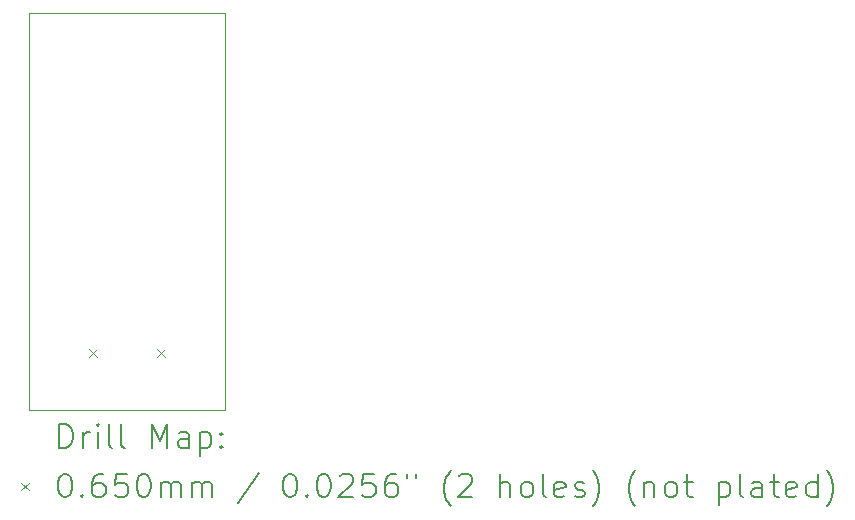
<source format=gbr>
%TF.GenerationSoftware,KiCad,Pcbnew,8.0.1*%
%TF.CreationDate,2024-04-30T14:24:13+02:00*%
%TF.ProjectId,AVRinator,41565269-6e61-4746-9f72-2e6b69636164,1.0*%
%TF.SameCoordinates,Original*%
%TF.FileFunction,Drillmap*%
%TF.FilePolarity,Positive*%
%FSLAX45Y45*%
G04 Gerber Fmt 4.5, Leading zero omitted, Abs format (unit mm)*
G04 Created by KiCad (PCBNEW 8.0.1) date 2024-04-30 14:24:13*
%MOMM*%
%LPD*%
G01*
G04 APERTURE LIST*
%ADD10C,0.100000*%
%ADD11C,0.200000*%
G04 APERTURE END LIST*
D10*
X5394960Y-4892040D02*
X7048500Y-4892040D01*
X7048500Y-8255000D01*
X5394960Y-8255000D01*
X5394960Y-4892040D01*
D11*
D10*
X5901500Y-7733600D02*
X5966500Y-7798600D01*
X5966500Y-7733600D02*
X5901500Y-7798600D01*
X6479500Y-7733600D02*
X6544500Y-7798600D01*
X6544500Y-7733600D02*
X6479500Y-7798600D01*
D11*
X5650737Y-8571484D02*
X5650737Y-8371484D01*
X5650737Y-8371484D02*
X5698356Y-8371484D01*
X5698356Y-8371484D02*
X5726927Y-8381008D01*
X5726927Y-8381008D02*
X5745975Y-8400055D01*
X5745975Y-8400055D02*
X5755499Y-8419103D01*
X5755499Y-8419103D02*
X5765022Y-8457198D01*
X5765022Y-8457198D02*
X5765022Y-8485770D01*
X5765022Y-8485770D02*
X5755499Y-8523865D01*
X5755499Y-8523865D02*
X5745975Y-8542912D01*
X5745975Y-8542912D02*
X5726927Y-8561960D01*
X5726927Y-8561960D02*
X5698356Y-8571484D01*
X5698356Y-8571484D02*
X5650737Y-8571484D01*
X5850737Y-8571484D02*
X5850737Y-8438150D01*
X5850737Y-8476246D02*
X5860261Y-8457198D01*
X5860261Y-8457198D02*
X5869784Y-8447674D01*
X5869784Y-8447674D02*
X5888832Y-8438150D01*
X5888832Y-8438150D02*
X5907880Y-8438150D01*
X5974546Y-8571484D02*
X5974546Y-8438150D01*
X5974546Y-8371484D02*
X5965022Y-8381008D01*
X5965022Y-8381008D02*
X5974546Y-8390531D01*
X5974546Y-8390531D02*
X5984070Y-8381008D01*
X5984070Y-8381008D02*
X5974546Y-8371484D01*
X5974546Y-8371484D02*
X5974546Y-8390531D01*
X6098356Y-8571484D02*
X6079308Y-8561960D01*
X6079308Y-8561960D02*
X6069784Y-8542912D01*
X6069784Y-8542912D02*
X6069784Y-8371484D01*
X6203118Y-8571484D02*
X6184070Y-8561960D01*
X6184070Y-8561960D02*
X6174546Y-8542912D01*
X6174546Y-8542912D02*
X6174546Y-8371484D01*
X6431689Y-8571484D02*
X6431689Y-8371484D01*
X6431689Y-8371484D02*
X6498356Y-8514341D01*
X6498356Y-8514341D02*
X6565022Y-8371484D01*
X6565022Y-8371484D02*
X6565022Y-8571484D01*
X6745975Y-8571484D02*
X6745975Y-8466722D01*
X6745975Y-8466722D02*
X6736451Y-8447674D01*
X6736451Y-8447674D02*
X6717403Y-8438150D01*
X6717403Y-8438150D02*
X6679308Y-8438150D01*
X6679308Y-8438150D02*
X6660261Y-8447674D01*
X6745975Y-8561960D02*
X6726927Y-8571484D01*
X6726927Y-8571484D02*
X6679308Y-8571484D01*
X6679308Y-8571484D02*
X6660261Y-8561960D01*
X6660261Y-8561960D02*
X6650737Y-8542912D01*
X6650737Y-8542912D02*
X6650737Y-8523865D01*
X6650737Y-8523865D02*
X6660261Y-8504817D01*
X6660261Y-8504817D02*
X6679308Y-8495293D01*
X6679308Y-8495293D02*
X6726927Y-8495293D01*
X6726927Y-8495293D02*
X6745975Y-8485770D01*
X6841213Y-8438150D02*
X6841213Y-8638150D01*
X6841213Y-8447674D02*
X6860261Y-8438150D01*
X6860261Y-8438150D02*
X6898356Y-8438150D01*
X6898356Y-8438150D02*
X6917403Y-8447674D01*
X6917403Y-8447674D02*
X6926927Y-8457198D01*
X6926927Y-8457198D02*
X6936451Y-8476246D01*
X6936451Y-8476246D02*
X6936451Y-8533389D01*
X6936451Y-8533389D02*
X6926927Y-8552436D01*
X6926927Y-8552436D02*
X6917403Y-8561960D01*
X6917403Y-8561960D02*
X6898356Y-8571484D01*
X6898356Y-8571484D02*
X6860261Y-8571484D01*
X6860261Y-8571484D02*
X6841213Y-8561960D01*
X7022165Y-8552436D02*
X7031689Y-8561960D01*
X7031689Y-8561960D02*
X7022165Y-8571484D01*
X7022165Y-8571484D02*
X7012642Y-8561960D01*
X7012642Y-8561960D02*
X7022165Y-8552436D01*
X7022165Y-8552436D02*
X7022165Y-8571484D01*
X7022165Y-8447674D02*
X7031689Y-8457198D01*
X7031689Y-8457198D02*
X7022165Y-8466722D01*
X7022165Y-8466722D02*
X7012642Y-8457198D01*
X7012642Y-8457198D02*
X7022165Y-8447674D01*
X7022165Y-8447674D02*
X7022165Y-8466722D01*
D10*
X5324960Y-8867500D02*
X5389960Y-8932500D01*
X5389960Y-8867500D02*
X5324960Y-8932500D01*
D11*
X5688832Y-8791484D02*
X5707880Y-8791484D01*
X5707880Y-8791484D02*
X5726927Y-8801008D01*
X5726927Y-8801008D02*
X5736451Y-8810531D01*
X5736451Y-8810531D02*
X5745975Y-8829579D01*
X5745975Y-8829579D02*
X5755499Y-8867674D01*
X5755499Y-8867674D02*
X5755499Y-8915293D01*
X5755499Y-8915293D02*
X5745975Y-8953389D01*
X5745975Y-8953389D02*
X5736451Y-8972436D01*
X5736451Y-8972436D02*
X5726927Y-8981960D01*
X5726927Y-8981960D02*
X5707880Y-8991484D01*
X5707880Y-8991484D02*
X5688832Y-8991484D01*
X5688832Y-8991484D02*
X5669784Y-8981960D01*
X5669784Y-8981960D02*
X5660261Y-8972436D01*
X5660261Y-8972436D02*
X5650737Y-8953389D01*
X5650737Y-8953389D02*
X5641213Y-8915293D01*
X5641213Y-8915293D02*
X5641213Y-8867674D01*
X5641213Y-8867674D02*
X5650737Y-8829579D01*
X5650737Y-8829579D02*
X5660261Y-8810531D01*
X5660261Y-8810531D02*
X5669784Y-8801008D01*
X5669784Y-8801008D02*
X5688832Y-8791484D01*
X5841213Y-8972436D02*
X5850737Y-8981960D01*
X5850737Y-8981960D02*
X5841213Y-8991484D01*
X5841213Y-8991484D02*
X5831689Y-8981960D01*
X5831689Y-8981960D02*
X5841213Y-8972436D01*
X5841213Y-8972436D02*
X5841213Y-8991484D01*
X6022165Y-8791484D02*
X5984070Y-8791484D01*
X5984070Y-8791484D02*
X5965022Y-8801008D01*
X5965022Y-8801008D02*
X5955499Y-8810531D01*
X5955499Y-8810531D02*
X5936451Y-8839103D01*
X5936451Y-8839103D02*
X5926927Y-8877198D01*
X5926927Y-8877198D02*
X5926927Y-8953389D01*
X5926927Y-8953389D02*
X5936451Y-8972436D01*
X5936451Y-8972436D02*
X5945975Y-8981960D01*
X5945975Y-8981960D02*
X5965022Y-8991484D01*
X5965022Y-8991484D02*
X6003118Y-8991484D01*
X6003118Y-8991484D02*
X6022165Y-8981960D01*
X6022165Y-8981960D02*
X6031689Y-8972436D01*
X6031689Y-8972436D02*
X6041213Y-8953389D01*
X6041213Y-8953389D02*
X6041213Y-8905770D01*
X6041213Y-8905770D02*
X6031689Y-8886722D01*
X6031689Y-8886722D02*
X6022165Y-8877198D01*
X6022165Y-8877198D02*
X6003118Y-8867674D01*
X6003118Y-8867674D02*
X5965022Y-8867674D01*
X5965022Y-8867674D02*
X5945975Y-8877198D01*
X5945975Y-8877198D02*
X5936451Y-8886722D01*
X5936451Y-8886722D02*
X5926927Y-8905770D01*
X6222165Y-8791484D02*
X6126927Y-8791484D01*
X6126927Y-8791484D02*
X6117403Y-8886722D01*
X6117403Y-8886722D02*
X6126927Y-8877198D01*
X6126927Y-8877198D02*
X6145975Y-8867674D01*
X6145975Y-8867674D02*
X6193594Y-8867674D01*
X6193594Y-8867674D02*
X6212642Y-8877198D01*
X6212642Y-8877198D02*
X6222165Y-8886722D01*
X6222165Y-8886722D02*
X6231689Y-8905770D01*
X6231689Y-8905770D02*
X6231689Y-8953389D01*
X6231689Y-8953389D02*
X6222165Y-8972436D01*
X6222165Y-8972436D02*
X6212642Y-8981960D01*
X6212642Y-8981960D02*
X6193594Y-8991484D01*
X6193594Y-8991484D02*
X6145975Y-8991484D01*
X6145975Y-8991484D02*
X6126927Y-8981960D01*
X6126927Y-8981960D02*
X6117403Y-8972436D01*
X6355499Y-8791484D02*
X6374546Y-8791484D01*
X6374546Y-8791484D02*
X6393594Y-8801008D01*
X6393594Y-8801008D02*
X6403118Y-8810531D01*
X6403118Y-8810531D02*
X6412642Y-8829579D01*
X6412642Y-8829579D02*
X6422165Y-8867674D01*
X6422165Y-8867674D02*
X6422165Y-8915293D01*
X6422165Y-8915293D02*
X6412642Y-8953389D01*
X6412642Y-8953389D02*
X6403118Y-8972436D01*
X6403118Y-8972436D02*
X6393594Y-8981960D01*
X6393594Y-8981960D02*
X6374546Y-8991484D01*
X6374546Y-8991484D02*
X6355499Y-8991484D01*
X6355499Y-8991484D02*
X6336451Y-8981960D01*
X6336451Y-8981960D02*
X6326927Y-8972436D01*
X6326927Y-8972436D02*
X6317403Y-8953389D01*
X6317403Y-8953389D02*
X6307880Y-8915293D01*
X6307880Y-8915293D02*
X6307880Y-8867674D01*
X6307880Y-8867674D02*
X6317403Y-8829579D01*
X6317403Y-8829579D02*
X6326927Y-8810531D01*
X6326927Y-8810531D02*
X6336451Y-8801008D01*
X6336451Y-8801008D02*
X6355499Y-8791484D01*
X6507880Y-8991484D02*
X6507880Y-8858150D01*
X6507880Y-8877198D02*
X6517403Y-8867674D01*
X6517403Y-8867674D02*
X6536451Y-8858150D01*
X6536451Y-8858150D02*
X6565023Y-8858150D01*
X6565023Y-8858150D02*
X6584070Y-8867674D01*
X6584070Y-8867674D02*
X6593594Y-8886722D01*
X6593594Y-8886722D02*
X6593594Y-8991484D01*
X6593594Y-8886722D02*
X6603118Y-8867674D01*
X6603118Y-8867674D02*
X6622165Y-8858150D01*
X6622165Y-8858150D02*
X6650737Y-8858150D01*
X6650737Y-8858150D02*
X6669784Y-8867674D01*
X6669784Y-8867674D02*
X6679308Y-8886722D01*
X6679308Y-8886722D02*
X6679308Y-8991484D01*
X6774546Y-8991484D02*
X6774546Y-8858150D01*
X6774546Y-8877198D02*
X6784070Y-8867674D01*
X6784070Y-8867674D02*
X6803118Y-8858150D01*
X6803118Y-8858150D02*
X6831689Y-8858150D01*
X6831689Y-8858150D02*
X6850737Y-8867674D01*
X6850737Y-8867674D02*
X6860261Y-8886722D01*
X6860261Y-8886722D02*
X6860261Y-8991484D01*
X6860261Y-8886722D02*
X6869784Y-8867674D01*
X6869784Y-8867674D02*
X6888832Y-8858150D01*
X6888832Y-8858150D02*
X6917403Y-8858150D01*
X6917403Y-8858150D02*
X6936451Y-8867674D01*
X6936451Y-8867674D02*
X6945975Y-8886722D01*
X6945975Y-8886722D02*
X6945975Y-8991484D01*
X7336451Y-8781960D02*
X7165023Y-9039103D01*
X7593594Y-8791484D02*
X7612642Y-8791484D01*
X7612642Y-8791484D02*
X7631689Y-8801008D01*
X7631689Y-8801008D02*
X7641213Y-8810531D01*
X7641213Y-8810531D02*
X7650737Y-8829579D01*
X7650737Y-8829579D02*
X7660261Y-8867674D01*
X7660261Y-8867674D02*
X7660261Y-8915293D01*
X7660261Y-8915293D02*
X7650737Y-8953389D01*
X7650737Y-8953389D02*
X7641213Y-8972436D01*
X7641213Y-8972436D02*
X7631689Y-8981960D01*
X7631689Y-8981960D02*
X7612642Y-8991484D01*
X7612642Y-8991484D02*
X7593594Y-8991484D01*
X7593594Y-8991484D02*
X7574546Y-8981960D01*
X7574546Y-8981960D02*
X7565023Y-8972436D01*
X7565023Y-8972436D02*
X7555499Y-8953389D01*
X7555499Y-8953389D02*
X7545975Y-8915293D01*
X7545975Y-8915293D02*
X7545975Y-8867674D01*
X7545975Y-8867674D02*
X7555499Y-8829579D01*
X7555499Y-8829579D02*
X7565023Y-8810531D01*
X7565023Y-8810531D02*
X7574546Y-8801008D01*
X7574546Y-8801008D02*
X7593594Y-8791484D01*
X7745975Y-8972436D02*
X7755499Y-8981960D01*
X7755499Y-8981960D02*
X7745975Y-8991484D01*
X7745975Y-8991484D02*
X7736451Y-8981960D01*
X7736451Y-8981960D02*
X7745975Y-8972436D01*
X7745975Y-8972436D02*
X7745975Y-8991484D01*
X7879308Y-8791484D02*
X7898356Y-8791484D01*
X7898356Y-8791484D02*
X7917404Y-8801008D01*
X7917404Y-8801008D02*
X7926927Y-8810531D01*
X7926927Y-8810531D02*
X7936451Y-8829579D01*
X7936451Y-8829579D02*
X7945975Y-8867674D01*
X7945975Y-8867674D02*
X7945975Y-8915293D01*
X7945975Y-8915293D02*
X7936451Y-8953389D01*
X7936451Y-8953389D02*
X7926927Y-8972436D01*
X7926927Y-8972436D02*
X7917404Y-8981960D01*
X7917404Y-8981960D02*
X7898356Y-8991484D01*
X7898356Y-8991484D02*
X7879308Y-8991484D01*
X7879308Y-8991484D02*
X7860261Y-8981960D01*
X7860261Y-8981960D02*
X7850737Y-8972436D01*
X7850737Y-8972436D02*
X7841213Y-8953389D01*
X7841213Y-8953389D02*
X7831689Y-8915293D01*
X7831689Y-8915293D02*
X7831689Y-8867674D01*
X7831689Y-8867674D02*
X7841213Y-8829579D01*
X7841213Y-8829579D02*
X7850737Y-8810531D01*
X7850737Y-8810531D02*
X7860261Y-8801008D01*
X7860261Y-8801008D02*
X7879308Y-8791484D01*
X8022166Y-8810531D02*
X8031689Y-8801008D01*
X8031689Y-8801008D02*
X8050737Y-8791484D01*
X8050737Y-8791484D02*
X8098356Y-8791484D01*
X8098356Y-8791484D02*
X8117404Y-8801008D01*
X8117404Y-8801008D02*
X8126927Y-8810531D01*
X8126927Y-8810531D02*
X8136451Y-8829579D01*
X8136451Y-8829579D02*
X8136451Y-8848627D01*
X8136451Y-8848627D02*
X8126927Y-8877198D01*
X8126927Y-8877198D02*
X8012642Y-8991484D01*
X8012642Y-8991484D02*
X8136451Y-8991484D01*
X8317404Y-8791484D02*
X8222166Y-8791484D01*
X8222166Y-8791484D02*
X8212642Y-8886722D01*
X8212642Y-8886722D02*
X8222166Y-8877198D01*
X8222166Y-8877198D02*
X8241213Y-8867674D01*
X8241213Y-8867674D02*
X8288832Y-8867674D01*
X8288832Y-8867674D02*
X8307880Y-8877198D01*
X8307880Y-8877198D02*
X8317404Y-8886722D01*
X8317404Y-8886722D02*
X8326927Y-8905770D01*
X8326927Y-8905770D02*
X8326927Y-8953389D01*
X8326927Y-8953389D02*
X8317404Y-8972436D01*
X8317404Y-8972436D02*
X8307880Y-8981960D01*
X8307880Y-8981960D02*
X8288832Y-8991484D01*
X8288832Y-8991484D02*
X8241213Y-8991484D01*
X8241213Y-8991484D02*
X8222166Y-8981960D01*
X8222166Y-8981960D02*
X8212642Y-8972436D01*
X8498356Y-8791484D02*
X8460261Y-8791484D01*
X8460261Y-8791484D02*
X8441213Y-8801008D01*
X8441213Y-8801008D02*
X8431689Y-8810531D01*
X8431689Y-8810531D02*
X8412642Y-8839103D01*
X8412642Y-8839103D02*
X8403118Y-8877198D01*
X8403118Y-8877198D02*
X8403118Y-8953389D01*
X8403118Y-8953389D02*
X8412642Y-8972436D01*
X8412642Y-8972436D02*
X8422166Y-8981960D01*
X8422166Y-8981960D02*
X8441213Y-8991484D01*
X8441213Y-8991484D02*
X8479309Y-8991484D01*
X8479309Y-8991484D02*
X8498356Y-8981960D01*
X8498356Y-8981960D02*
X8507880Y-8972436D01*
X8507880Y-8972436D02*
X8517404Y-8953389D01*
X8517404Y-8953389D02*
X8517404Y-8905770D01*
X8517404Y-8905770D02*
X8507880Y-8886722D01*
X8507880Y-8886722D02*
X8498356Y-8877198D01*
X8498356Y-8877198D02*
X8479309Y-8867674D01*
X8479309Y-8867674D02*
X8441213Y-8867674D01*
X8441213Y-8867674D02*
X8422166Y-8877198D01*
X8422166Y-8877198D02*
X8412642Y-8886722D01*
X8412642Y-8886722D02*
X8403118Y-8905770D01*
X8593594Y-8791484D02*
X8593594Y-8829579D01*
X8669785Y-8791484D02*
X8669785Y-8829579D01*
X8965023Y-9067674D02*
X8955499Y-9058150D01*
X8955499Y-9058150D02*
X8936451Y-9029579D01*
X8936451Y-9029579D02*
X8926928Y-9010531D01*
X8926928Y-9010531D02*
X8917404Y-8981960D01*
X8917404Y-8981960D02*
X8907880Y-8934341D01*
X8907880Y-8934341D02*
X8907880Y-8896246D01*
X8907880Y-8896246D02*
X8917404Y-8848627D01*
X8917404Y-8848627D02*
X8926928Y-8820055D01*
X8926928Y-8820055D02*
X8936451Y-8801008D01*
X8936451Y-8801008D02*
X8955499Y-8772436D01*
X8955499Y-8772436D02*
X8965023Y-8762912D01*
X9031690Y-8810531D02*
X9041213Y-8801008D01*
X9041213Y-8801008D02*
X9060261Y-8791484D01*
X9060261Y-8791484D02*
X9107880Y-8791484D01*
X9107880Y-8791484D02*
X9126928Y-8801008D01*
X9126928Y-8801008D02*
X9136451Y-8810531D01*
X9136451Y-8810531D02*
X9145975Y-8829579D01*
X9145975Y-8829579D02*
X9145975Y-8848627D01*
X9145975Y-8848627D02*
X9136451Y-8877198D01*
X9136451Y-8877198D02*
X9022166Y-8991484D01*
X9022166Y-8991484D02*
X9145975Y-8991484D01*
X9384071Y-8991484D02*
X9384071Y-8791484D01*
X9469785Y-8991484D02*
X9469785Y-8886722D01*
X9469785Y-8886722D02*
X9460261Y-8867674D01*
X9460261Y-8867674D02*
X9441213Y-8858150D01*
X9441213Y-8858150D02*
X9412642Y-8858150D01*
X9412642Y-8858150D02*
X9393594Y-8867674D01*
X9393594Y-8867674D02*
X9384071Y-8877198D01*
X9593594Y-8991484D02*
X9574547Y-8981960D01*
X9574547Y-8981960D02*
X9565023Y-8972436D01*
X9565023Y-8972436D02*
X9555499Y-8953389D01*
X9555499Y-8953389D02*
X9555499Y-8896246D01*
X9555499Y-8896246D02*
X9565023Y-8877198D01*
X9565023Y-8877198D02*
X9574547Y-8867674D01*
X9574547Y-8867674D02*
X9593594Y-8858150D01*
X9593594Y-8858150D02*
X9622166Y-8858150D01*
X9622166Y-8858150D02*
X9641213Y-8867674D01*
X9641213Y-8867674D02*
X9650737Y-8877198D01*
X9650737Y-8877198D02*
X9660261Y-8896246D01*
X9660261Y-8896246D02*
X9660261Y-8953389D01*
X9660261Y-8953389D02*
X9650737Y-8972436D01*
X9650737Y-8972436D02*
X9641213Y-8981960D01*
X9641213Y-8981960D02*
X9622166Y-8991484D01*
X9622166Y-8991484D02*
X9593594Y-8991484D01*
X9774547Y-8991484D02*
X9755499Y-8981960D01*
X9755499Y-8981960D02*
X9745975Y-8962912D01*
X9745975Y-8962912D02*
X9745975Y-8791484D01*
X9926928Y-8981960D02*
X9907880Y-8991484D01*
X9907880Y-8991484D02*
X9869785Y-8991484D01*
X9869785Y-8991484D02*
X9850737Y-8981960D01*
X9850737Y-8981960D02*
X9841213Y-8962912D01*
X9841213Y-8962912D02*
X9841213Y-8886722D01*
X9841213Y-8886722D02*
X9850737Y-8867674D01*
X9850737Y-8867674D02*
X9869785Y-8858150D01*
X9869785Y-8858150D02*
X9907880Y-8858150D01*
X9907880Y-8858150D02*
X9926928Y-8867674D01*
X9926928Y-8867674D02*
X9936452Y-8886722D01*
X9936452Y-8886722D02*
X9936452Y-8905770D01*
X9936452Y-8905770D02*
X9841213Y-8924817D01*
X10012642Y-8981960D02*
X10031690Y-8991484D01*
X10031690Y-8991484D02*
X10069785Y-8991484D01*
X10069785Y-8991484D02*
X10088833Y-8981960D01*
X10088833Y-8981960D02*
X10098356Y-8962912D01*
X10098356Y-8962912D02*
X10098356Y-8953389D01*
X10098356Y-8953389D02*
X10088833Y-8934341D01*
X10088833Y-8934341D02*
X10069785Y-8924817D01*
X10069785Y-8924817D02*
X10041213Y-8924817D01*
X10041213Y-8924817D02*
X10022166Y-8915293D01*
X10022166Y-8915293D02*
X10012642Y-8896246D01*
X10012642Y-8896246D02*
X10012642Y-8886722D01*
X10012642Y-8886722D02*
X10022166Y-8867674D01*
X10022166Y-8867674D02*
X10041213Y-8858150D01*
X10041213Y-8858150D02*
X10069785Y-8858150D01*
X10069785Y-8858150D02*
X10088833Y-8867674D01*
X10165023Y-9067674D02*
X10174547Y-9058150D01*
X10174547Y-9058150D02*
X10193594Y-9029579D01*
X10193594Y-9029579D02*
X10203118Y-9010531D01*
X10203118Y-9010531D02*
X10212642Y-8981960D01*
X10212642Y-8981960D02*
X10222166Y-8934341D01*
X10222166Y-8934341D02*
X10222166Y-8896246D01*
X10222166Y-8896246D02*
X10212642Y-8848627D01*
X10212642Y-8848627D02*
X10203118Y-8820055D01*
X10203118Y-8820055D02*
X10193594Y-8801008D01*
X10193594Y-8801008D02*
X10174547Y-8772436D01*
X10174547Y-8772436D02*
X10165023Y-8762912D01*
X10526928Y-9067674D02*
X10517404Y-9058150D01*
X10517404Y-9058150D02*
X10498356Y-9029579D01*
X10498356Y-9029579D02*
X10488833Y-9010531D01*
X10488833Y-9010531D02*
X10479309Y-8981960D01*
X10479309Y-8981960D02*
X10469785Y-8934341D01*
X10469785Y-8934341D02*
X10469785Y-8896246D01*
X10469785Y-8896246D02*
X10479309Y-8848627D01*
X10479309Y-8848627D02*
X10488833Y-8820055D01*
X10488833Y-8820055D02*
X10498356Y-8801008D01*
X10498356Y-8801008D02*
X10517404Y-8772436D01*
X10517404Y-8772436D02*
X10526928Y-8762912D01*
X10603118Y-8858150D02*
X10603118Y-8991484D01*
X10603118Y-8877198D02*
X10612642Y-8867674D01*
X10612642Y-8867674D02*
X10631690Y-8858150D01*
X10631690Y-8858150D02*
X10660261Y-8858150D01*
X10660261Y-8858150D02*
X10679309Y-8867674D01*
X10679309Y-8867674D02*
X10688833Y-8886722D01*
X10688833Y-8886722D02*
X10688833Y-8991484D01*
X10812642Y-8991484D02*
X10793594Y-8981960D01*
X10793594Y-8981960D02*
X10784071Y-8972436D01*
X10784071Y-8972436D02*
X10774547Y-8953389D01*
X10774547Y-8953389D02*
X10774547Y-8896246D01*
X10774547Y-8896246D02*
X10784071Y-8877198D01*
X10784071Y-8877198D02*
X10793594Y-8867674D01*
X10793594Y-8867674D02*
X10812642Y-8858150D01*
X10812642Y-8858150D02*
X10841214Y-8858150D01*
X10841214Y-8858150D02*
X10860261Y-8867674D01*
X10860261Y-8867674D02*
X10869785Y-8877198D01*
X10869785Y-8877198D02*
X10879309Y-8896246D01*
X10879309Y-8896246D02*
X10879309Y-8953389D01*
X10879309Y-8953389D02*
X10869785Y-8972436D01*
X10869785Y-8972436D02*
X10860261Y-8981960D01*
X10860261Y-8981960D02*
X10841214Y-8991484D01*
X10841214Y-8991484D02*
X10812642Y-8991484D01*
X10936452Y-8858150D02*
X11012642Y-8858150D01*
X10965023Y-8791484D02*
X10965023Y-8962912D01*
X10965023Y-8962912D02*
X10974547Y-8981960D01*
X10974547Y-8981960D02*
X10993594Y-8991484D01*
X10993594Y-8991484D02*
X11012642Y-8991484D01*
X11231690Y-8858150D02*
X11231690Y-9058150D01*
X11231690Y-8867674D02*
X11250737Y-8858150D01*
X11250737Y-8858150D02*
X11288833Y-8858150D01*
X11288833Y-8858150D02*
X11307880Y-8867674D01*
X11307880Y-8867674D02*
X11317404Y-8877198D01*
X11317404Y-8877198D02*
X11326928Y-8896246D01*
X11326928Y-8896246D02*
X11326928Y-8953389D01*
X11326928Y-8953389D02*
X11317404Y-8972436D01*
X11317404Y-8972436D02*
X11307880Y-8981960D01*
X11307880Y-8981960D02*
X11288833Y-8991484D01*
X11288833Y-8991484D02*
X11250737Y-8991484D01*
X11250737Y-8991484D02*
X11231690Y-8981960D01*
X11441213Y-8991484D02*
X11422166Y-8981960D01*
X11422166Y-8981960D02*
X11412642Y-8962912D01*
X11412642Y-8962912D02*
X11412642Y-8791484D01*
X11603118Y-8991484D02*
X11603118Y-8886722D01*
X11603118Y-8886722D02*
X11593594Y-8867674D01*
X11593594Y-8867674D02*
X11574547Y-8858150D01*
X11574547Y-8858150D02*
X11536452Y-8858150D01*
X11536452Y-8858150D02*
X11517404Y-8867674D01*
X11603118Y-8981960D02*
X11584071Y-8991484D01*
X11584071Y-8991484D02*
X11536452Y-8991484D01*
X11536452Y-8991484D02*
X11517404Y-8981960D01*
X11517404Y-8981960D02*
X11507880Y-8962912D01*
X11507880Y-8962912D02*
X11507880Y-8943865D01*
X11507880Y-8943865D02*
X11517404Y-8924817D01*
X11517404Y-8924817D02*
X11536452Y-8915293D01*
X11536452Y-8915293D02*
X11584071Y-8915293D01*
X11584071Y-8915293D02*
X11603118Y-8905770D01*
X11669785Y-8858150D02*
X11745975Y-8858150D01*
X11698356Y-8791484D02*
X11698356Y-8962912D01*
X11698356Y-8962912D02*
X11707880Y-8981960D01*
X11707880Y-8981960D02*
X11726928Y-8991484D01*
X11726928Y-8991484D02*
X11745975Y-8991484D01*
X11888833Y-8981960D02*
X11869785Y-8991484D01*
X11869785Y-8991484D02*
X11831690Y-8991484D01*
X11831690Y-8991484D02*
X11812642Y-8981960D01*
X11812642Y-8981960D02*
X11803118Y-8962912D01*
X11803118Y-8962912D02*
X11803118Y-8886722D01*
X11803118Y-8886722D02*
X11812642Y-8867674D01*
X11812642Y-8867674D02*
X11831690Y-8858150D01*
X11831690Y-8858150D02*
X11869785Y-8858150D01*
X11869785Y-8858150D02*
X11888833Y-8867674D01*
X11888833Y-8867674D02*
X11898356Y-8886722D01*
X11898356Y-8886722D02*
X11898356Y-8905770D01*
X11898356Y-8905770D02*
X11803118Y-8924817D01*
X12069785Y-8991484D02*
X12069785Y-8791484D01*
X12069785Y-8981960D02*
X12050737Y-8991484D01*
X12050737Y-8991484D02*
X12012642Y-8991484D01*
X12012642Y-8991484D02*
X11993594Y-8981960D01*
X11993594Y-8981960D02*
X11984071Y-8972436D01*
X11984071Y-8972436D02*
X11974547Y-8953389D01*
X11974547Y-8953389D02*
X11974547Y-8896246D01*
X11974547Y-8896246D02*
X11984071Y-8877198D01*
X11984071Y-8877198D02*
X11993594Y-8867674D01*
X11993594Y-8867674D02*
X12012642Y-8858150D01*
X12012642Y-8858150D02*
X12050737Y-8858150D01*
X12050737Y-8858150D02*
X12069785Y-8867674D01*
X12145975Y-9067674D02*
X12155499Y-9058150D01*
X12155499Y-9058150D02*
X12174547Y-9029579D01*
X12174547Y-9029579D02*
X12184071Y-9010531D01*
X12184071Y-9010531D02*
X12193594Y-8981960D01*
X12193594Y-8981960D02*
X12203118Y-8934341D01*
X12203118Y-8934341D02*
X12203118Y-8896246D01*
X12203118Y-8896246D02*
X12193594Y-8848627D01*
X12193594Y-8848627D02*
X12184071Y-8820055D01*
X12184071Y-8820055D02*
X12174547Y-8801008D01*
X12174547Y-8801008D02*
X12155499Y-8772436D01*
X12155499Y-8772436D02*
X12145975Y-8762912D01*
M02*

</source>
